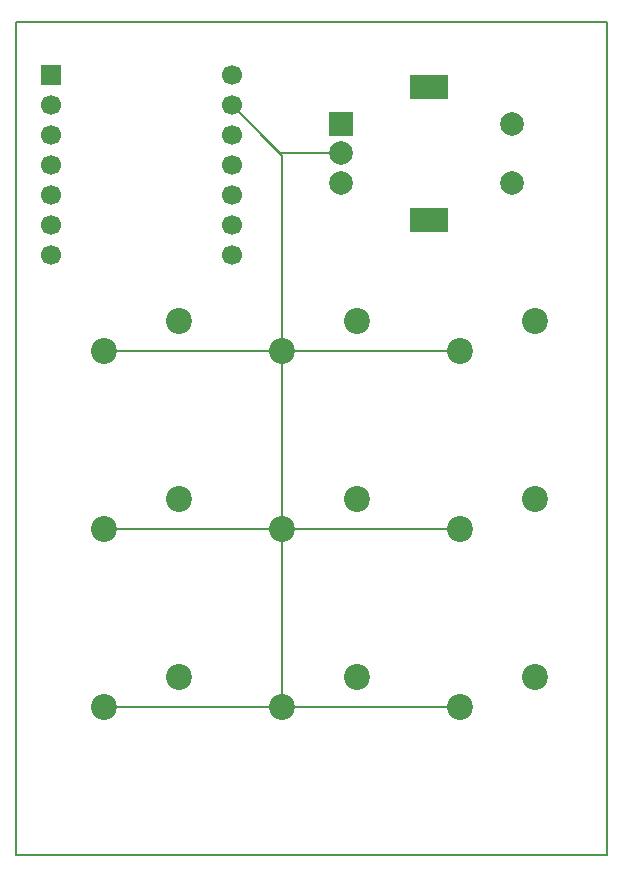
<source format=gbr>
%TF.GenerationSoftware,KiCad,Pcbnew,8.0.5*%
%TF.CreationDate,2024-10-10T18:30:33-04:00*%
%TF.ProjectId,Hackpad-Kicad,4861636b-7061-4642-9d4b-696361642e6b,rev?*%
%TF.SameCoordinates,Original*%
%TF.FileFunction,Copper,L2,Bot*%
%TF.FilePolarity,Positive*%
%FSLAX46Y46*%
G04 Gerber Fmt 4.6, Leading zero omitted, Abs format (unit mm)*
G04 Created by KiCad (PCBNEW 8.0.5) date 2024-10-10 18:30:33*
%MOMM*%
%LPD*%
G01*
G04 APERTURE LIST*
%TA.AperFunction,NonConductor*%
%ADD10C,0.200000*%
%TD*%
%TA.AperFunction,ComponentPad*%
%ADD11C,2.200000*%
%TD*%
%TA.AperFunction,ComponentPad*%
%ADD12R,1.700000X1.700000*%
%TD*%
%TA.AperFunction,ComponentPad*%
%ADD13C,1.700000*%
%TD*%
%TA.AperFunction,ComponentPad*%
%ADD14R,2.000000X2.000000*%
%TD*%
%TA.AperFunction,ComponentPad*%
%ADD15C,2.000000*%
%TD*%
%TA.AperFunction,ComponentPad*%
%ADD16R,3.200000X2.000000*%
%TD*%
%TA.AperFunction,Conductor*%
%ADD17C,0.200000*%
%TD*%
G04 APERTURE END LIST*
D10*
X109000000Y-50000000D02*
X159000000Y-50000000D01*
X159000000Y-120500000D01*
X109000000Y-120500000D01*
X109000000Y-50000000D01*
D11*
%TO.P,SW1,1,1*%
%TO.N,Net-(U1-PA6_A10_D10_MOSI)*%
X122790000Y-75290000D03*
%TO.P,SW1,2,2*%
%TO.N,Net-(SW1-Pad2)*%
X116440000Y-77830000D03*
%TD*%
%TO.P,SW9,1,1*%
%TO.N,Net-(U1-PA10_A2_D2)*%
X152970000Y-105470000D03*
%TO.P,SW9,2,2*%
%TO.N,Net-(SW1-Pad2)*%
X146620000Y-108010000D03*
%TD*%
%TO.P,SW4,1,1*%
%TO.N,Net-(U1-PB09_A7_D7_RX)*%
X137880000Y-75290000D03*
%TO.P,SW4,2,2*%
%TO.N,Net-(SW1-Pad2)*%
X131530000Y-77830000D03*
%TD*%
%TO.P,SW5,1,1*%
%TO.N,Net-(U1-PB08_A6_D6_TX)*%
X137880000Y-90380000D03*
%TO.P,SW5,2,2*%
%TO.N,Net-(SW1-Pad2)*%
X131530000Y-92920000D03*
%TD*%
D12*
%TO.P,U1,1,PA02_A0_D0*%
%TO.N,Net-(U1-PA02_A0_D0)*%
X112000000Y-54500000D03*
D13*
%TO.P,U1,2,PA4_A1_D1*%
%TO.N,Net-(U1-PA4_A1_D1)*%
X112000000Y-57040000D03*
%TO.P,U1,3,PA10_A2_D2*%
%TO.N,Net-(U1-PA10_A2_D2)*%
X112000000Y-59580000D03*
%TO.P,U1,4,PA11_A3_D3*%
%TO.N,Net-(U1-PA11_A3_D3)*%
X112000000Y-62120000D03*
%TO.P,U1,5,PA8_A4_D4_SDA*%
%TO.N,Net-(U1-PA8_A4_D4_SDA)*%
X112000000Y-64660000D03*
%TO.P,U1,6,PA9_A5_D5_SCL*%
%TO.N,Net-(U1-PA9_A5_D5_SCL)*%
X112000000Y-67200000D03*
%TO.P,U1,7,PB08_A6_D6_TX*%
%TO.N,Net-(U1-PB08_A6_D6_TX)*%
X112000000Y-69740000D03*
%TO.P,U1,8,PB09_A7_D7_RX*%
%TO.N,Net-(U1-PB09_A7_D7_RX)*%
X127250000Y-69740000D03*
%TO.P,U1,9,PA7_A8_D8_SCK*%
%TO.N,Net-(U1-PA7_A8_D8_SCK)*%
X127250000Y-67200000D03*
%TO.P,U1,10,PA5_A9_D9_MISO*%
%TO.N,Net-(U1-PA5_A9_D9_MISO)*%
X127250000Y-64660000D03*
%TO.P,U1,11,PA6_A10_D10_MOSI*%
%TO.N,Net-(U1-PA6_A10_D10_MOSI)*%
X127250000Y-62120000D03*
%TO.P,U1,12,3V3*%
%TO.N,unconnected-(U1-3V3-Pad12)*%
X127250000Y-59580000D03*
%TO.P,U1,13,GND*%
%TO.N,Net-(SW1-Pad2)*%
X127250000Y-57040000D03*
%TO.P,U1,14,5V*%
%TO.N,unconnected-(U1-5V-Pad14)*%
X127250000Y-54500000D03*
%TD*%
D14*
%TO.P,SW10,A,A*%
%TO.N,Net-(U1-PA02_A0_D0)*%
X136500000Y-58600000D03*
D15*
%TO.P,SW10,B,B*%
%TO.N,Net-(U1-PA4_A1_D1)*%
X136500000Y-63600000D03*
%TO.P,SW10,C,C*%
%TO.N,Net-(SW1-Pad2)*%
X136500000Y-61100000D03*
D16*
%TO.P,SW10,MP*%
%TO.N,N/C*%
X144000000Y-55500000D03*
X144000000Y-66700000D03*
D15*
%TO.P,SW10,S1*%
X151000000Y-63600000D03*
%TO.P,SW10,S2*%
X151000000Y-58600000D03*
%TD*%
D11*
%TO.P,SW6,1,1*%
%TO.N,Net-(U1-PA9_A5_D5_SCL)*%
X137880000Y-105470000D03*
%TO.P,SW6,2,2*%
%TO.N,Net-(SW1-Pad2)*%
X131530000Y-108010000D03*
%TD*%
%TO.P,SW3,1,1*%
%TO.N,Net-(U1-PA7_A8_D8_SCK)*%
X122790000Y-105470000D03*
%TO.P,SW3,2,2*%
%TO.N,Net-(SW1-Pad2)*%
X116440000Y-108010000D03*
%TD*%
%TO.P,SW2,1,1*%
%TO.N,Net-(U1-PA5_A9_D9_MISO)*%
X122790000Y-90380000D03*
%TO.P,SW2,2,2*%
%TO.N,Net-(SW1-Pad2)*%
X116440000Y-92920000D03*
%TD*%
%TO.P,SW8,1,1*%
%TO.N,Net-(U1-PA8_A4_D4_SDA)*%
X152970000Y-90380000D03*
%TO.P,SW8,2,2*%
%TO.N,Net-(SW1-Pad2)*%
X146620000Y-92920000D03*
%TD*%
%TO.P,SW7,1,1*%
%TO.N,Net-(U1-PA11_A3_D3)*%
X152970000Y-75290000D03*
%TO.P,SW7,2,2*%
%TO.N,Net-(SW1-Pad2)*%
X146620000Y-77830000D03*
%TD*%
D17*
%TO.N,Net-(SW1-Pad2)*%
X131530000Y-77830000D02*
X146620000Y-77830000D01*
X131530000Y-92920000D02*
X116440000Y-92920000D01*
X131530000Y-92920000D02*
X131530000Y-108010000D01*
X127250000Y-57040000D02*
X131530000Y-61320000D01*
X131310000Y-61100000D02*
X136500000Y-61100000D01*
X131530000Y-108010000D02*
X116440000Y-108010000D01*
X131530000Y-92920000D02*
X146620000Y-92920000D01*
X131530000Y-61320000D02*
X131530000Y-77830000D01*
X131530000Y-77830000D02*
X116440000Y-77830000D01*
X131530000Y-77830000D02*
X131530000Y-92920000D01*
X131530000Y-108010000D02*
X146620000Y-108010000D01*
X127250000Y-57040000D02*
X131310000Y-61100000D01*
%TD*%
M02*

</source>
